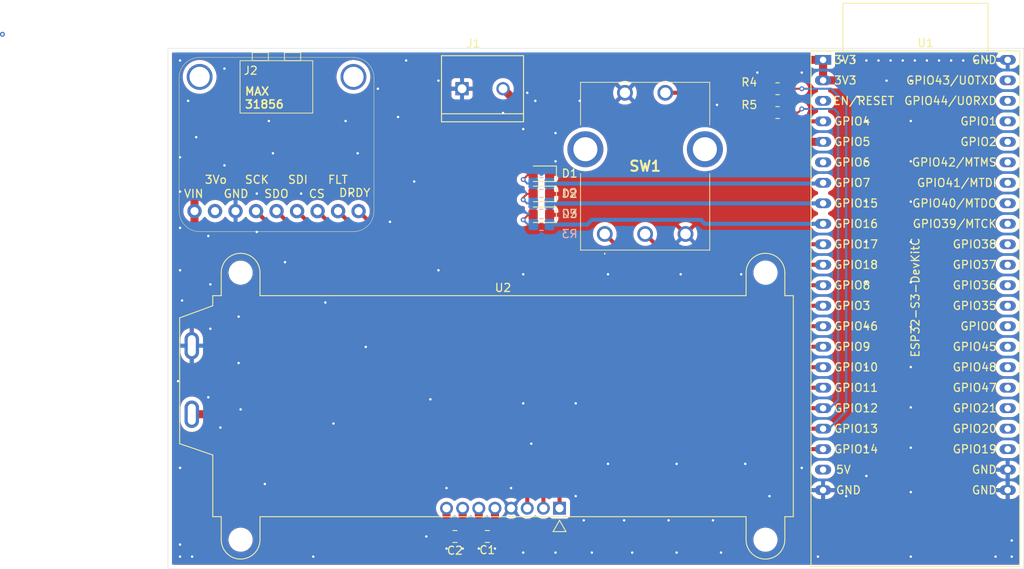
<source format=kicad_pcb>
(kicad_pcb (version 20241229) (generator "pcbnew") (generator_version "9.0")
  (title_block (title "Tube Furnace PCB") (date "2025-03-26") (rev "v2") (company "Waterloo Hacker Fab"))
  (layers (0 "F.Cu" signal) (2 "B.Cu" signal) (13 "F.Paste" user) (15 "B.Paste" user) (5 "F.SilkS" user "F.Silkscreen") (7 "B.SilkS" user "B.Silkscreen") (1 "F.Mask" user) (3 "B.Mask" user) (25 "Edge.Cuts" user))
  (net 0 "")
  (net 1 "GND")
  (net 2 "+3.3V")
  (net 3 "+5V")
  (net 4 "/SSR_PWM")
  (net 5 "Net-(D3-A)")
  (net 6 "Net-(D2-A)")
  (net 7 "Net-(D1-A)")
  (net 8 "Net-(U2-VOUT)")
  (net 9 "Net-(U2-C1+)")
  (net 10 "Net-(U2-C1-)")
  (net 11 "/SCL")
  (net 12 "/SDA")
  (net 13 "/ENC_B")
  (net 14 "/ENC_A")
  (net 15 "/ENC_SW")
  (net 16 "/MAX_SDO")
  (net 17 "/MAX_SCK")
  (net 18 "/MAX_DRDY")
  (net 19 "/MAX_3.3VOUT")
  (net 20 "/MAX_SDI")
  (net 21 "/MAX_CS")
  (net 22 "/MAX_FAULT")
  (net 23 "/DISPLAY_RST")
  (net 24 "/LED_1")
  (net 25 "/LED_2")
  (net 26 "/LED_3")
  (footprint "Diode_SMD:D_0805_2012Metric_Pad1.15x1.40mm_HandSolder" (layer "F.Cu") (at 130.25 76.54 180)
    (property "Reference" "D2" (hide yes))
    (property "Value" "LED" (hide yes))
    (pad "1" smd roundrect (at -1.025 0 180) (size 1.15 1.4) (layers "F.Cu" "F.Mask" "F.Paste") (roundrect_rratio 0.217391) (net 1 "GND"))
    (pad "2" smd roundrect (at 1.025 0 180) (size 1.15 1.4) (layers "F.Cu" "F.Mask" "F.Paste") (roundrect_rratio 0.217391) (net 6 "Net-(D2-A)"))
  )
  (footprint "phoenix_footprints:TE_282837-2" (layer "F.Cu") (at 122.96 63.5)
    (property "Reference" "J1" (at -1.127255 -5.614945 0) (layer "F.SilkS") (effects (font (size 1.002039 1.002039))))
    (property "Value" "Screw_Terminal_01x02")
    (pad "1" thru_hole rect (at -2.54 0) (size 1.65 1.65) (drill 1.1) (layers "*.Cu" "*.Mask") (net 1 "GND"))
    (pad "2" thru_hole circle (at 2.54 0) (size 1.65 1.65) (drill 1.1) (layers "*.Cu" "*.Mask") (net 4 "/SSR_PWM"))
  )
  (footprint "Capacitor_SMD:C_0805_2012Metric" (layer "F.Cu") (at 123.55 119 180)
    (property "Reference" "C1" (at 0 -1.68 0) (layer "F.SilkS"))
    (property "Value" "1uF")
    (pad "1" smd roundrect (at -0.95 0 180) (size 1 1.45) (layers "F.Cu" "F.Mask" "F.Paste") (net 2 "+3.3V"))
    (pad "2" smd roundrect (at 0.95 0 180) (size 1 1.45) (layers "F.Cu" "F.Mask" "F.Paste") (net 8 "Net-(U2-VOUT)"))
  )
  (footprint "Capacitor_SMD:C_0805_2012Metric" (layer "F.Cu") (at 119.55 119 180)
    (property "Reference" "C2" (at 0.008519 -1.745267 0) (layer "F.SilkS"))
    (property "Value" "1uF")
    (pad "1" smd roundrect (at -0.95 0 180) (size 1 1.45) (layers "F.Cu" "F.Mask" "F.Paste") (net 9 "Net-(U2-C1+)"))
    (pad "2" smd roundrect (at 0.95 0 180) (size 1 1.45) (layers "F.Cu" "F.Mask" "F.Paste") (net 10 "Net-(U2-C1-)"))
  )
  (footprint "!footprints:PEC164120FS0012" (layer "F.Cu") (at 138.1 81.5)
    (property "Reference" "SW1" (at 5 -8.4 0) (layer "F.SilkS") (effects (font (size 1.27 1.27) (thickness 0.254))))
    (property "Value" "RotaryEncoder_Switch" (hide yes))
    (pad "A" thru_hole circle (at 0 0) (size 1.95 1.95) (drill 1.3) (layers "*.Cu" "*.Mask") (net 14 "/ENC_A"))
    (pad "B" thru_hole circle (at 5 0) (size 1.95 1.95) (drill 1.3) (layers "*.Cu" "*.Mask") (net 13 "/ENC_B"))
    (pad "C" thru_hole circle (at 10 0) (size 1.95 1.95) (drill 1.3) (layers "*.Cu" "*.Mask") (net 1 "GND"))
    (pad "MH1" thru_hole circle (at -2.4 -10.5) (size 4.46 4.46) (drill 2.9732) (layers "*.Cu" "*.Mask"))
    (pad "MH2" thru_hole circle (at 12.4 -10.5) (size 4.46 4.46) (drill 2.9732) (layers "*.Cu" "*.Mask"))
    (pad "S1" thru_hole circle (at 2.5 -17.5) (size 1.95 1.95) (drill 1.3) (layers "*.Cu" "*.Mask") (net 1 "GND"))
    (pad "S2" thru_hole circle (at 7.5 -17.5) (size 1.95 1.95) (drill 1.3) (layers "*.Cu" "*.Mask") (net 15 "/ENC_SW"))
  )
  (footprint "Diode_SMD:D_0805_2012Metric_Pad1.15x1.40mm_HandSolder" (layer "F.Cu") (at 130.25 79.12 180)
    (property "Reference" "D3" (hide yes))
    (property "Value" "LED")
    (pad "1" smd roundrect (at -1.025 0 180) (size 1.15 1.4) (layers "F.Cu" "F.Mask" "F.Paste") (roundrect_rratio 0.217391) (net 1 "GND"))
    (pad "2" smd roundrect (at 1.025 0 180) (size 1.15 1.4) (layers "F.Cu" "F.Mask" "F.Paste") (roundrect_rratio 0.217391) (net 5 "Net-(D3-A)"))
  )
  (footprint "Resistor_SMD:R_0805_2012Metric_Pad1.20x1.40mm_HandSolder" (layer "F.Cu") (at 159.5 66.45)
    (property "Reference" "R5" (at -3.5 -0.95 0) (layer "F.SilkS"))
    (property "Value" "4.7k")
    (pad "1" smd roundrect (at -1 0) (size 1.2 1.4) (layers "F.Cu" "F.Mask" "F.Paste") (roundrect_rratio 0.208333) (net 2 "+3.3V"))
    (pad "2" smd roundrect (at 1 0) (size 1.2 1.4) (layers "F.Cu" "F.Mask" "F.Paste") (roundrect_rratio 0.208333) (net 12 "/SDA"))
  )
  (footprint "Resistor_SMD:R_0805_2012Metric_Pad1.20x1.40mm_HandSolder" (layer "F.Cu") (at 159.5 63.5)
    (property "Reference" "R4" (at -3.5 -0.8 0) (layer "F.SilkS"))
    (property "Value" "4.7k")
    (pad "1" smd roundrect (at -1 0) (size 1.2 1.4) (layers "F.Cu" "F.Mask" "F.Paste") (roundrect_rratio 0.208333) (net 2 "+3.3V"))
    (pad "2" smd roundrect (at 1 0) (size 1.2 1.4) (layers "F.Cu" "F.Mask" "F.Paste") (roundrect_rratio 0.208333) (net 11 "/SCL"))
  )
  (footprint "Diode_SMD:D_0805_2012Metric_Pad1.15x1.40mm_HandSolder" (layer "F.Cu") (at 130.25 74.04 180)
    (property "Reference" "D1" (hide yes))
    (property "Value" "LED" (hide yes))
    (pad "1" smd roundrect (at -1.025 0 180) (size 1.15 1.4) (layers "F.Cu" "F.Mask" "F.Paste") (roundrect_rratio 0.217391) (net 1 "GND"))
    (pad "2" smd roundrect (at 1.025 0 180) (size 1.15 1.4) (layers "F.Cu" "F.Mask" "F.Paste") (roundrect_rratio 0.217391) (net 7 "Net-(D1-A)"))
  )
  (footprint "Display:NHD-C0220BiZ" (layer "F.Cu") (at 125.5 99.6)
    (property "Reference" "U2" (at 0 -11.43 0) (layer "F.SilkS"))
    (property "Value" "NHD-C0220BIZ")
    (pad "" np_thru_hole circle (at -32.5 -13.3) (size 2.5 2.5) (drill 2.5) (layers "*.Cu" "*.Mask"))
    (pad "" np_thru_hole circle (at -32.5 19.8) (size 2.5 2.5) (drill 2.5) (layers "*.Cu" "*.Mask"))
    (pad "" np_thru_hole circle (at 32.5 -13.3) (size 2.5 2.5) (drill 2.5) (layers "*.Cu" "*.Mask"))
    (pad "" np_thru_hole circle (at 32.5 19.8) (size 2.5 2.5) (drill 2.5) (layers "*.Cu" "*.Mask"))
    (pad "1" thru_hole rect (at 7 15.9) (size 1.6 1.6) (drill 1) (layers "*.Cu" "*.Mask") (net 23 "/DISPLAY_RST"))
    (pad "2" thru_hole circle (at 5 15.9) (size 1.6 1.6) (drill 1) (layers "*.Cu" "*.Mask") (net 11 "/SCL"))
    (pad "3" thru_hole circle (at 3 15.9) (size 1.6 1.6) (drill 1) (layers "*.Cu" "*.Mask") (net 12 "/SDA"))
    (pad "4" thru_hole circle (at 1 15.9) (size 1.6 1.6) (drill 1) (layers "*.Cu" "*.Mask") (net 1 "GND"))
    (pad "5" thru_hole circle (at -1 15.9) (size 1.6 1.6) (drill 1) (layers "*.Cu" "*.Mask") (net 2 "+3.3V"))
    (pad "6" thru_hole circle (at -3 15.9) (size 1.6 1.6) (drill 1) (layers "*.Cu" "*.Mask") (net 8 "Net-(U2-VOUT)"))
    (pad "7" thru_hole circle (at -5 15.9) (size 1.6 1.6) (drill 1) (layers "*.Cu" "*.Mask") (net 9 "Net-(U2-C1+)"))
    (pad "8" thru_hole circle (at -7 15.9) (size 1.6 1.6) (drill 1) (layers "*.Cu" "*.Mask") (net 10 "Net-(U2-C1-)"))
    (pad "9" thru_hole oval (at -38.55 4.25) (size 1.8 3.4) (drill oval 1 2.6) (layers "*.Cu" "*.Mask") (net 2 "+3.3V"))
    (pad "10" thru_hole oval (at -38.55 -4.25) (size 1.8 3.4) (drill oval 1 2.6) (layers "*.Cu" "*.Mask") (net 1 "GND"))
  )
  (footprint "PCM_Espressif:ESP32-S3-DevKitC" (layer "F.Cu") (at 165.14 59.92)
    (property "Reference" "U1" (at 12.7 -2.1 0) (layer "F.SilkS"))
    (property "Value" "ESP32-S3-DevKitC" (at 11.42632 29.46128 90) (layer "F.SilkS"))
    (fp_text user "GPIO47" (at 21.59 40.64 0) (layer "F.SilkS") (effects (justify right)))
    (fp_text user "3V3" (at 1.27 0 0) (layer "F.SilkS") (effects (justify left)))
    (fp_text user "GPIO18" (at 1.27 25.4 0) (layer "F.SilkS") (effects (justify left)))
    (fp_text user "GND" (at 1.52032 53.33728 0) (layer "F.SilkS") (effects (justify left)))
    (fp_text user "GPIO12" (at 1.27 43.18 0) (layer "F.SilkS") (effects (justify left)))
    (fp_text user "GPIO11" (at 1.27 40.64 0) (layer "F.SilkS") (effects (justify left)))
    (fp_text user "GPIO48" (at 21.59 38.1 0) (layer "F.SilkS") (effects (justify right)))
    (fp_text user "GPIO2" (at 21.59 10.16 0) (layer "F.SilkS") (effects (justify right)))
    (fp_text user "GPIO36" (at 21.59 27.94 0) (layer "F.SilkS") (effects (justify right)))
    (fp_text user "3V3" (at 1.27 2.54 0) (layer "F.SilkS") (effects (justify left)))
    (fp_text user "GPIO40/MTDO" (at 21.59 17.78 0) (layer "F.SilkS") (effects (justify right)))
    (fp_text user "GPIO9" (at 1.27 35.56 0) (layer "F.SilkS") (effects (justify left)))
    (fp_text user "GND" (at 21.59 50.8 0) (layer "F.SilkS") (effects (justify right)))
    (fp_text user "GPIO17" (at 1.27 22.86 0) (layer "F.SilkS") (effects (justify left)))
    (fp_text user "GPIO21" (at 21.59 43.18 0) (layer "F.SilkS") (effects (justify right)))
    (fp_text user "GPIO6" (at 1.27 12.7 0) (layer "F.SilkS") (effects (justify left)))
    (fp_text user "GPIO5" (at 1.27 10.16 0) (layer "F.SilkS") (effects (justify left)))
    (fp_text user "GPIO19" (at 21.59 48.26 0) (layer "F.SilkS") (effects (justify right)))
    (fp_text user "GPIO37" (at 21.59 25.4 0) (layer "F.SilkS") (effects (justify right)))
    (fp_text user "GPIO20" (at 21.59 45.72 0) (layer "F.SilkS") (effects (justify right)))
    (fp_text user "GPIO38" (at 21.59 22.86 0) (layer "F.SilkS") (effects (justify right)))
    (fp_text user "GPIO7" (at 1.27 15.24 0) (layer "F.SilkS") (effects (justify left)))
    (fp_text user "GPIO39/MTCK" (at 21.59 20.32 0) (layer "F.SilkS") (effects (justify right)))
    (fp_text user "5V" (at 1.52032 50.79728 0) (layer "F.SilkS") (effects (justify left)))
    (fp_text user "GPIO44/U0RXD" (at 21.59 5.08 0) (layer "F.SilkS") (effects (justify right)))
    (fp_text user "GPIO0" (at 21.59 33.02 0) (layer "F.SilkS") (effects (justify right)))
    (fp_text user "GND" (at 21.59 0 0) (layer "F.SilkS") (effects (justify right)))
    (fp_text user "GPIO42/MTMS" (at 21.59 12.7 0) (layer "F.SilkS") (effects (justify right)))
    (fp_text user "GPIO4" (at 1.27 7.62 0) (layer "F.SilkS") (effects (justify left)))
    (fp_text user "GPIO10" (at 1.27 38.1 0) (layer "F.SilkS") (effects (justify left)))
    (fp_text user "GPIO13" (at 1.27 45.72 0) (layer "F.SilkS") (effects (justify left)))
    (fp_text user "GPIO46" (at 1.27 33.02 0) (layer "F.SilkS") (effects (justify left)))
    (fp_text user "GPIO8" (at 1.27 27.94 0) (layer "F.SilkS") (effects (justify left)))
    (fp_text user "GPIO41/MTDI" (at 21.59 15.24 0) (layer "F.SilkS") (effects (justify right)))
    (fp_text user "GPIO15" (at 1.27 17.78 0) (layer "F.SilkS") (effects (justify left)))
    (fp_text user "GPIO35" (at 21.59 30.48 0) (layer "F.SilkS") (effects (justify right)))
    (fp_text user "GND" (at 21.59 53.34 0) (layer "F.SilkS") (effects (justify right)))
    (fp_text user "GPIO14" (at 1.27 48.26 0) (layer "F.SilkS") (effects (justify left)))
    (fp_text user "GPIO1" (at 21.59 7.62 0) (layer "F.SilkS") (effects (justify right)))
    (fp_text user "GPIO43/U0TXD" (at 21.59 2.54 0) (layer "F.SilkS") (effects (justify right)))
    (fp_text user "GPIO45" (at 21.59 35.56 0) (layer "F.SilkS") (effects (justify right)))
    (fp_text user "GPIO16" (at 1.27 20.32 0) (layer "F.SilkS") (effects (justify left)))
    (fp_text user "GPIO3" (at 1.27 30.48 0) (layer "F.SilkS") (effects (justify left)))
    (fp_text user "EN/RESET" (at 8.88632 5.07728 0) (layer "F.SilkS") (effects (justify right)))
    (pad "1" thru_hole rect (at 0 0 270) (size 1.2 2) (drill 0.8) (layers "*.Cu" "*.Mask") (net 2 "+3.3V"))
    (pad "2" thru_hole oval (at 0 2.54 270) (size 1.2 2) (drill 0.8) (layers "*.Cu" "*.Mask") (net 2 "+3.3V"))
    (pad "3" thru_hole oval (at 0 5.08 270) (size 1.2 2) (drill 0.8) (layers "*.Cu" "*.Mask"))
    (pad "4" thru_hole oval (at 0 7.62 270) (size 1.2 2) (drill 0.8) (layers "*.Cu" "*.Mask") (net 15 "/ENC_SW"))
    (pad "5" thru_hole oval (at 0 10.16 270) (size 1.2 2) (drill 0.8) (layers "*.Cu" "*.Mask") (net 4 "/SSR_PWM"))
    (pad "6" thru_hole oval (at 0 12.7 270) (size 1.2 2) (drill 0.8) (layers "*.Cu" "*.Mask"))
    (pad "7" thru_hole oval (at 0 15.24 270) (size 1.2 2) (drill 0.8) (layers "*.Cu" "*.Mask") (net 24 "/LED_1"))
    (pad "8" thru_hole oval (at 0 17.78 270) (size 1.2 2) (drill 0.8) (layers "*.Cu" "*.Mask") (net 25 "/LED_2"))
    (pad "9" thru_hole oval (at 0 20.32 270) (size 1.2 2) (drill 0.8) (layers "*.Cu" "*.Mask") (net 26 "/LED_3"))
    (pad "10" thru_hole oval (at 0 22.86 270) (size 1.2 2) (drill 0.8) (layers "*.Cu" "*.Mask") (net 13 "/ENC_B"))
    (pad "11" thru_hole oval (at 0 25.4 270) (size 1.2 2) (drill 0.8) (layers "*.Cu" "*.Mask") (net 14 "/ENC_A"))
    (pad "12" thru_hole oval (at 0 27.94 270) (size 1.2 2) (drill 0.8) (layers "*.Cu" "*.Mask") (net 18 "/MAX_DRDY"))
    (pad "13" thru_hole oval (at 0 30.48 270) (size 1.2 2) (drill 0.8) (layers "*.Cu" "*.Mask") (net 22 "/MAX_FAULT"))
    (pad "14" thru_hole oval (at 0 33.02 270) (size 1.2 2) (drill 0.8) (layers "*.Cu" "*.Mask") (net 21 "/MAX_CS"))
    (pad "15" thru_hole oval (at 0 35.56 270) (size 1.2 2) (drill 0.8) (layers "*.Cu" "*.Mask") (net 20 "/MAX_SDI"))
    (pad "16" thru_hole oval (at 0 38.1 270) (size 1.2 2) (drill 0.8) (layers "*.Cu" "*.Mask") (net 16 "/MAX_SDO"))
    (pad "17" thru_hole oval (at 0 40.64 270) (size 1.2 2) (drill 0.8) (layers "*.Cu" "*.Mask") (net 17 "/MAX_SCK"))
    (pad "18" thru_hole oval (at 0 43.18 270) (size 1.2 2) (drill 0.8) (layers "*.Cu" "*.Mask") (net 12 "/SDA"))
    (pad "19" thru_hole oval (at 0 45.72 270) (size 1.2 2) (drill 0.8) (layers "*.Cu" "*.Mask") (net 11 "/SCL"))
    (pad "20" thru_hole oval (at -0.00368 48.25728 270) (size 1.2 2) (drill 0.8) (layers "*.Cu" "*.Mask") (net 23 "/DISPLAY_RST"))
    (pad "21" thru_hole oval (at -0.00368 50.79728 270) (size 1.2 2) (drill 0.8) (layers "*.Cu" "*.Mask") (net 3 "+5V"))
    (pad "22" thru_hole oval (at -0.00368 53.33728 270) (size 1.2 2) (drill 0.8) (layers "*.Cu" "*.Mask") (net 1 "GND"))
    (pad "23" thru_hole oval (at 22.86 53.34 270) (size 1.2 2) (drill 0.8) (layers "*.Cu" "*.Mask") (net 1 "GND"))
    (pad "24" thru_hole oval (at 22.86 50.8 270) (size 1.2 2) (drill 0.8) (layers "*.Cu" "*.Mask") (net 1 "GND"))
    (pad "25" thru_hole oval (at 22.86 48.26 270) (size 1.2 2) (drill 0.8) (layers "*.Cu" "*.Mask"))
    (pad "26" thru_hole oval (at 22.86 45.72 270) (size 1.2 2) (drill 0.8) (layers "*.Cu" "*.Mask"))
    (pad "27" thru_hole oval (at 22.86 43.18 270) (size 1.2 2) (drill 0.8) (layers "*.Cu" "*.Mask"))
    (pad "28" thru_hole oval (at 22.86 40.64 270) (size 1.2 2) (drill 0.8) (layers "*.Cu" "*.Mask"))
    (pad "29" thru_hole oval (at 22.86 38.1 270) (size 1.2 2) (drill 0.8) (layers "*.Cu" "*.Mask"))
    (pad "30" thru_hole oval (at 22.86 35.56 270) (size 1.2 2) (drill 0.8) (layers "*.Cu" "*.Mask"))
    (pad "31" thru_hole oval (at 22.86 33.02 270) (size 1.2 2) (drill 0.8) (layers "*.Cu" "*.Mask"))
    (pad "32" thru_hole oval (at 22.86 30.48 270) (size 1.2 2) (drill 0.8) (layers "*.Cu" "*.Mask"))
    (pad "33" thru_hole oval (at 22.86 27.94 270) (size 1.2 2) (drill 0.8) (layers "*.Cu" "*.Mask"))
    (pad "34" thru_hole oval (at 22.86 25.4 270) (size 1.2 2) (drill 0.8) (layers "*.Cu" "*.Mask"))
    (pad "35" thru_hole oval (at 22.86 22.86 270) (size 1.2 2) (drill 0.8) (layers "*.Cu" "*.Mask"))
    (pad "36" thru_hole oval (at 22.86 20.32 270) (size 1.2 2) (drill 0.8) (layers "*.Cu" "*.Mask"))
    (pad "37" thru_hole oval (at 22.86 17.78 270) (size 1.2 2) (drill 0.8) (layers "*.Cu" "*.Mask"))
    (pad "38" thru_hole oval (at 22.86 15.24 270) (size 1.2 2) (drill 0.8) (layers "*.Cu" "*.Mask"))
    (pad "39" thru_hole oval (at 22.86 12.7 270) (size 1.2 2) (drill 0.8) (layers "*.Cu" "*.Mask"))
    (pad "40" thru_hole oval (at 22.86 10.16 270) (size 1.2 2) (drill 0.8) (layers "*.Cu" "*.Mask"))
    (pad "41" thru_hole oval (at 22.86 7.62 270) (size 1.2 2) (drill 0.8) (layers "*.Cu" "*.Mask"))
    (pad "42" thru_hole oval (at 22.86 5.08 270) (size 1.2 2) (drill 0.8) (layers "*.Cu" "*.Mask"))
    (pad "43" thru_hole oval (at 22.86 2.54 270) (size 1.2 2) (drill 0.8) (layers "*.Cu" "*.Mask"))
    (pad "44" thru_hole oval (at 22.86 0 270) (size 1.2 2) (drill 0.8) (layers "*.Cu" "*.Mask") (net 1 "GND"))
  )
  (footprint "!footprints:MAX31856_HEADER" (layer "F.Cu") (at 87.936314 62.019686)
    (property "Reference" "J2" (at 6.313686 -0.769686 0) (layer "F.SilkS"))
    (property "Value" "Conn_01x09_Socket")
    (fp_text user "SCK" (at 7.08 12.75 0) (layer "F.SilkS") (effects (font (thickness 0.1524))))
    (fp_text user "SDI" (at 12.16 12.75 0) (layer "F.SilkS") (effects (font (thickness 0.1524))))
    (fp_text user "GND" (at 4.5 14.5 0) (layer "F.SilkS") (effects (font (thickness 0.1524))))
    (fp_text user "FLT" (at 17.113 12.75 0) (layer "F.SilkS") (effects (font (thickness 0.1524))))
    (fp_text user "3Vo" (at 2 12.75 0) (layer "F.SilkS") (effects (font (thickness 0.1524))))
    (fp_text user "CS" (at 14.5 14.5 0) (layer "F.SilkS") (effects (font (thickness 0.1524))))
    (fp_text user "SDO" (at 9.5 14.5 0) (layer "F.SilkS") (effects (font (thickness 0.1524))))
    (fp_text user "DRDY" (at 19.193 14.375686 0) (layer "F.SilkS") (effects (font (thickness 0.1524))))
    (fp_text user "VIN" (at -0.75 14.5 0) (layer "F.SilkS") (effects (font (thickness 0.1524))))
    (fp_text user "MAX\n31856" (at 5.5 4 0) (layer "F.SilkS") (effects (font (thickness 0.1905)) (justify left bottom)))
    (pad "1" thru_hole circle (at 19.673686 16.648314 270) (size 1.778 1.778) (drill 1) (layers "*.Cu" "*.Mask") (net 18 "/MAX_DRDY"))
    (pad "2" thru_hole circle (at 17.133686 16.648314 270) (size 1.778 1.778) (drill 1) (layers "*.Cu" "*.Mask") (net 22 "/MAX_FAULT"))
    (pad "3" thru_hole circle (at 14.593686 16.648314 270) (size 1.778 1.778) (drill 1) (layers "*.Cu" "*.Mask") (net 21 "/MAX_CS"))
    (pad "4" thru_hole circle (at 12.053686 16.648314 270) (size 1.778 1.778) (drill 1) (layers "*.Cu" "*.Mask") (net 20 "/MAX_SDI"))
    (pad "5" thru_hole circle (at 9.513686 16.648314 270) (size 1.778 1.778) (drill 1) (layers "*.Cu" "*.Mask") (net 16 "/MAX_SDO"))
    (pad "6" thru_hole circle (at 6.973686 16.648314 270) (size 1.778 1.778) (drill 1) (layers "*.Cu" "*.Mask") (net 17 "/MAX_SCK"))
    (pad "7" thru_hole circle (at 4.433686 16.648314 270) (size 1.778 1.778) (drill 1) (layers "*.Cu" "*.Mask") (net 1 "GND"))
    (pad "8" thru_hole circle (at 1.893686 16.648314 270) (size 1.778 1.778) (drill 1) (layers "*.Cu" "*.Mask") (net 19 "/MAX_3.3VOUT"))
    (pad "9" thru_hole circle (at -0.646314 16.648314 270) (size 1.778 1.778) (drill 1) (layers "*.Cu" "*.Mask") (net 2 "+3.3V"))
    (pad "P$1" thru_hole circle (at -0.011314 0.011314) (size 3.2 3.2) (drill 2.5) (layers "*.Cu" "*.Mask"))
    (pad "P$1" thru_hole circle (at 19.038686 0.011314) (size 3.2 3.2) (drill 2.5) (layers "*.Cu" "*.Mask"))
    (zone (net 0) (net_name "") (layer "F.Cu") (connect_pads (clearance 0)) (min_thickness 0.25)
      (keepout (tracks not_allowed) (vias not_allowed) (pads not_allowed) (copperpour not_allowed) (footprints allowed))
      (fill (thermal_gap 0.5) (thermal_bridge_width 0.5))
      (polygon (pts (xy 89.941 62.031) (xy 89.92138 61.750427) (xy 89.862904 61.475315) (xy 89.766708 61.211019) (xy 89.660954 61.012126) (xy 89.530197 60.766208) (xy 89.273967 60.53282) (xy 89.052333 60.35966) (xy 88.808756 60.219031) (xy 88.547978 60.11367) (xy 88.275075 60.045628) (xy 87.995357 60.016228) (xy 87.714271 60.026044) (xy 87.437285 60.074884) (xy 87.169793 60.161797) (xy 86.917 60.285093) (xy 86.683826 60.44237) (xy 86.474811 60.630569) (xy 86.294022 60.846025) (xy 86.144978 61.084545) (xy 86.03058 61.341487) (xy 85.953054 61.61185) (xy 85.913911 61.890371) (xy 85.913911 62.171629) (xy 85.953054 62.45015) (xy 86.03058 62.720513) (xy 86.144978 62.977455) (xy 86.294022 63.215975) (xy 86.474811 63.431431) (xy 86.683826 63.61963) (xy 86.917 63.776907) (xy 87.169793 63.900203) (xy 87.437285 63.987116) (xy 87.714271 64.035956) (xy 87.995357 64.045772) (xy 88.275075 64.016372) (xy 88.547978 63.94833) (xy 88.808756 63.842969) (xy 89.052333 63.70234) (xy 89.273967 63.52918) (xy 89.469346 63.32686) (xy 89.634665 63.099317) (xy 89.766708 62.850981) (xy 89.862904 62.586685) (xy 89.92138 62.311573)))
      (polygon (pts (xy 87.909 62.031) (xy 87.913686 62.042314) (xy 87.925 62.047) (xy 87.936314 62.042314) (xy 87.941 62.031) (xy 87.936314 62.019686) (xy 87.925 62.015) (xy 87.913686 62.019686)))
    )
    (zone (net 0) (net_name "") (layer "F.Cu") (connect_pads (clearance 0)) (min_thickness 0.25)
      (keepout (tracks not_allowed) (vias not_allowed) (pads not_allowed) (copperpour not_allowed) (footprints allowed))
      (fill (thermal_gap 0.5) (thermal_bridge_width 0.5))
      (polygon (pts (xy 108.991 62.031) (xy 108.97138 61.750427) (xy 108.912904 61.475315) (xy 108.816708 61.211019) (xy 108.684665 60.962683) (xy 108.519346 60.73514) (xy 108.323967 60.53282) (xy 108.102333 60.35966) (xy 107.858756 60.219031) (xy 107.597978 60.11367) (xy 107.325075 60.045628) (xy 107.045357 60.016228) (xy 106.764271 60.026044) (xy 106.487285 60.074884) (xy 106.219793 60.161797) (xy 105.967 60.285093) (xy 105.733826 60.44237) (xy 105.524811 60.630569) (xy 105.344022 60.846025) (xy 105.194978 61.084545) (xy 105.08058 61.341487) (xy 105.003054 61.61185) (xy 104.963911 61.890371) (xy 104.963911 62.171629) (xy 105.003054 62.45015) (xy 105.08058 62.720513) (xy 105.194978 62.977455) (xy 105.344022 63.215975) (xy 105.524811 63.431431) (xy 105.733826 63.61963) (xy 105.967 63.776907) (xy 106.219793 63.900203) (xy 106.487285 63.987116) (xy 106.764271 64.035956) (xy 107.045357 64.045772) (xy 107.325075 64.016372) (xy 107.597978 63.94833) (xy 107.858756 63.842969) (xy 108.102333 63.70234) (xy 108.323967 63.52918) (xy 108.519346 63.32686) (xy 108.684665 63.099317) (xy 108.816708 62.850981) (xy 108.912904 62.586685) (xy 108.97138 62.311573)))
      (polygon (pts (xy 106.959 62.031) (xy 106.963686 62.042314) (xy 106.975 62.047) (xy 106.986314 62.042314) (xy 106.991 62.031) (xy 106.986314 62.019686) (xy 106.975 62.015) (xy 106.963686 62.019686)))
    )
    (zone (net 0) (net_name "") (layer "B.Cu") (connect_pads (clearance 0)) (min_thickness 0.25)
      (keepout (tracks not_allowed) (vias not_allowed) (pads not_allowed) (copperpour not_allowed) (footprints allowed))
      (fill (thermal_gap 0.5) (thermal_bridge_width 0.5))
      (polygon (pts (xy 89.941 62.031) (xy 89.92138 61.750427) (xy 89.862904 61.475315) (xy 89.766708 61.211019) (xy 89.634665 60.962683) (xy 89.469346 60.73514) (xy 89.273967 60.53282) (xy 89.052333 60.35966) (xy 88.808756 60.219031) (xy 88.547978 60.11367) (xy 88.275075 60.045628) (xy 87.995357 60.016228) (xy 87.714271 60.026044) (xy 87.437285 60.074884) (xy 87.169793 60.161797) (xy 86.917 60.285093) (xy 86.683826 60.44237) (xy 86.474811 60.630569) (xy 86.294022 60.846025) (xy 86.144978 61.084545) (xy 86.03058 61.341487) (xy 85.953054 61.61185) (xy 85.913911 61.890371) (xy 85.913911 62.171629) (xy 85.953054 62.45015) (xy 86.03058 62.720513) (xy 86.144978 62.977455) (xy 86.294022 63.215975) (xy 86.474811 63.431431) (xy 86.683826 63.61963) (xy 86.917 63.776907) (xy 87.169793 63.900203) (xy 87.437285 63.987116) (xy 87.714271 64.035956) (xy 87.995357 64.045772) (xy 88.275075 64.016372) (xy 88.547978 63.94833) (xy 88.808756 63.842969) (xy 89.052333 63.70234) (xy 89.273967 63.52918) (xy 89.469346 63.32686) (xy 89.634665 63.099317) (xy 89.766708 62.850981) (xy 89.862904 62.586685) (xy 89.92138 62.311573)))
      (polygon (pts (xy 87.909 62.031) (xy 87.913686 62.042314) (xy 87.925 62.047) (xy 87.936314 62.042314) (xy 87.941 62.031) (xy 87.936314 62.019686) (xy 87.925 62.015) (xy 87.913686 62.019686)))
    )
    (zone (net 0) (net_name "") (layer "B.Cu") (connect_pads (clearance 0)) (min_thickness 0.25)
      (keepout (tracks not_allowed) (vias not_allowed) (pads not_allowed) (copperpour not_allowed) (footprints allowed))
      (fill (thermal_gap 0.5) (thermal_bridge_width 0.5))
      (polygon (pts (xy 108.991 62.031) (xy 108.97138 61.750427) (xy 108.912904 61.475315) (xy 108.816708 61.211019) (xy 108.684665 60.962683) (xy 108.519346 60.73514) (xy 108.323967 60.53282) (xy 108.102333 60.35966) (xy 107.858756 60.219031) (xy 107.597978 60.11367) (xy 107.325075 60.045628) (xy 107.045357 60.016228) (xy 106.764271 60.026044) (xy 106.487285 60.074884) (xy 106.219793 60.161797) (xy 105.967 60.285093) (xy 105.733826 60.44237) (xy 105.524811 60.630569) (xy 105.344022 60.846025) (xy 105.194978 61.084545) (xy 105.08058 61.341487) (xy 105.003054 61.61185) (xy 104.963911 61.890371) (xy 104.963911 62.171629) (xy 105.003054 62.45015) (xy 105.08058 62.720513) (xy 105.194978 62.977455) (xy 105.344022 63.215975) (xy 105.524811 63.431431) (xy 105.733826 63.61963) (xy 105.967 63.776907) (xy 106.219793 63.900203) (xy 106.487285 63.987116) (xy 106.764271 64.035956) (xy 107.045357 64.045772) (xy 107.325075 64.016372) (xy 107.597978 63.94833) (xy 107.858756 63.842969) (xy 108.102333 63.70234) (xy 108.323967 63.52918) (xy 108.519346 63.32686) (xy 108.684665 63.099317) (xy 108.816708 62.850981) (xy 108.912904 62.586685) (xy 108.97138 62.311573)))
      (polygon (pts (xy 106.959 62.031) (xy 106.963686 62.042314) (xy 106.975 62.047) (xy 106.986314 62.042314) (xy 106.991 62.031) (xy 106.986314 62.019686) (xy 106.975 62.015) (xy 106.963686 62.019686)))
    )
  )
  (footprint "Resistor_SMD:R_0805_2012Metric_Pad1.20x1.40mm_HandSolder" (layer "B.Cu") (at 130.246885 77.714021 180)
    (property "Reference" "R2" (at -3.503115 -1.285979 0) (layer "B.SilkS") (effects (justify mirror)))
    (property "Value" "220" (hide yes))
    (pad "1" smd roundrect (at -1 0 180) (size 1.2 1.4) (layers "B.Cu" "B.Mask" "B.Paste") (roundrect_rratio 0.208333) (net 25 "/LED_2"))
    (pad "2" smd roundrect (at 1 0 180) (size 1.2 1.4) (layers "B.Cu" "B.Mask" "B.Paste") (roundrect_rratio 0.208333) (net 6 "Net-(D2-A)"))
  )
  (footprint "Resistor_SMD:R_0805_2012Metric_Pad1.20x1.40mm_HandSolder" (layer "B.Cu") (at 130.262578 80.331471 180)
    (property "Reference" "R3" (at -3.487422 -1.168529 0) (layer "B.SilkS") (effects (justify mirror)))
    (property "Value" "220" (hide yes))
    (pad "1" smd roundrect (at -1 0 180) (size 1.2 1.4) (layers "B.Cu" "B.Mask" "B.Paste") (roundrect_rratio 0.208333) (net 26 "/LED_3"))
    (pad "2" smd roundrect (at 1 0 180) (size 1.2 1.4) (layers "B.Cu" "B.Mask" "B.Paste") (roundrect_rratio 0.208333) (net 5 "Net-(D3-A)"))
  )
  (footprint "Resistor_SMD:R_0805_2012Metric_Pad1.20x1.40mm_HandSolder" (layer "B.Cu") (at 130.25 75.25 180)
    (property "Reference" "R1" (hide yes))
    (property "Value" "220" (hide yes))
    (pad "1" smd roundrect (at -1 0 180) (size 1.2 1.4) (layers "B.Cu" "B.Mask" "B.Paste") (roundrect_rratio 0.208333) (net 24 "/LED_1"))
    (pad "2" smd roundrect (at 1 0 180) (size 1.2 1.4) (layers "B.Cu" "B.Mask" "B.Paste") (roundrect_rratio 0.208333) (net 7 "Net-(D1-A)"))
  )
  (gr_rect (start 84 58.5) (end 190 123) (stroke (width 0.05)) (fill no) (layer "Edge.Cuts"))
  (gr_text "D3" (at 133.75 79 0) (layer "F.SilkS") (effects (font (size 1 1))))
  (gr_text "D1" (at 133.75 74 0) (layer "F.SilkS") (effects (font (size 1 1))))
  (gr_text "D2" (at 133.75 76.5 0) (layer "F.SilkS") (effects (font (size 1 1))))
  (gr_text "R1" (at 134.75 77 -0) (layer "B.SilkS") (effects (font (size 1 1)) (justify left bottom mirror)))
  (via (at 63.5 56.75) (size 0.6) (drill 0.3) (layers "F.Cu" "B.Cu") (net 0))
  (via (at 152.5 121) (size 0.6) (drill 0.3) (layers "F.Cu" "B.Cu") (net 1))
  (via (at 185.5 60) (size 0.6) (drill 0.3) (layers "F.Cu" "B.Cu") (net 1))
  (via (at 179.5 60) (size 0.6) (drill 0.3) (layers "F.Cu" "B.Cu") (net 1))
  (via (at 170.5 93) (size 0.6) (drill 0.3) (layers "F.Cu" "B.Cu") (net 1))
  (via (at 91 73) (size 0.6) (drill 0.3) (layers "F.Cu" "B.Cu") (net 1))
  (via (at 98.5 85) (size 0.6) (drill 0.3) (layers "F.Cu" "B.Cu") (net 1))
  (via (at 89.25 93.25) (size 0.6) (drill 0.3) (layers "F.Cu" "B.Cu") (net 1))
  (via (at 96.5 67.5) (size 0.6) (drill 0.3) (layers "F.Cu" "B.Cu") (net 1))
  (via (at 140.5 117) (size 0.6) (drill 0.3) (layers "F.Cu" "B.Cu") (net 1))
  (via (at 132 121) (size 0.6) (drill 0.3) (layers "F.Cu" "B.Cu") (net 1))
  (via (at 132 72.5) (size 0.6) (drill 0.3) (layers "F.Cu" "B.Cu") (net 1))
  (via (at 162.5 110.5) (size 0.6) (drill 0.3) (layers "F.Cu" "B.Cu") (net 1))
  (via (at 170.5 60) (size 0.6) (drill 0.3) (layers "F.Cu" "B.Cu") (net 1))
  (via (at 85.5 121.5) (size 0.6) (drill 0.3) (layers "F.Cu" "B.Cu") (net 1))
  (via (at 172 60) (size 0.6) (drill 0.3) (layers "F.Cu" "B.Cu") (net 1))
  (via (at 182.5 60) (size 0.6) (drill 0.3) (layers "F.Cu" "B.Cu") (net 1))
  (via (at 122.5 120.5) (size 0.6) (drill 0.3) (layers "F.Cu" "B.Cu") (net 1))
  (via (at 170.5 103) (size 0.6) (drill 0.3) (layers "F.Cu" "B.Cu") (net 1))
  (via (at 106.5 76.5) (size 0.6) (drill 0.3) (layers "F.Cu" "B.Cu") (net 1))
  (via (at 176 77.5) (size 0.6) (drill 0.3) (layers "F.Cu" "B.Cu") (net 1))
  (via (at 176 87.5) (size 0.6) (drill 0.3) (layers "F.Cu" "B.Cu") (net 1))
  (via (at 96 112.5) (size 0.6) (drill 0.3) (layers "F.Cu" "B.Cu") (net 1))
  (via (at 169.02461 59.973958) (size 0.6) (drill 0.3) (layers "F.Cu" "B.Cu") (net 1))
  (via (at 141.5 121) (size 0.6) (drill 0.3) (layers "F.Cu" "B.Cu") (net 1))
  (via (at 186.5 121.5) (size 0.6) (drill 0.3) (layers "F.Cu" "B.Cu") (net 1))
  (via (at 116.5 102) (size 0.6) (drill 0.3) (layers "F.Cu" "B.Cu") (net 1))
  (via (at 176 98) (size 0.6) (drill 0.3) (layers "F.Cu" "B.Cu") (net 1))
  (via (at 170.5 72.5) (size 0.6) (drill 0.3) (layers "F.Cu" "B.Cu") (net 1))
  (via (at 126.5 113) (size 0.6) (drill 0.3) (layers "F.Cu" "B.Cu") (net 1))
  (via (at 176.5 60) (size 0.6) (drill 0.3) (layers "F.Cu" "B.Cu") (net 1))
  (via (at 85.5 80.75) (size 0.6) (drill 0.3) (layers "F.Cu" "B.Cu") (net 1))
  (via (at 152 65.5) (size 0.6) (drill 0.3) (layers "F.Cu" "B.Cu") (net 1))
  (via (at 135 65) (size 0.6) (drill 0.3) (layers "F.Cu" "B.Cu") (net 1))
  (via (at 188.5 119.5) (size 0.6) (drill 0.3) (layers "F.Cu" "B.Cu") (net 1))
  (via (at 164.5 121.5) (size 0.6) (drill 0.3) (layers "F.Cu" "B.Cu") (net 1))
  (via (at 87 121.5) (size 0.6) (drill 0.3) (layers "F.Cu" "B.Cu") (net 1))
  (via (at 128 86.5) (size 0.6) (drill 0.3) (layers "F.Cu" "B.Cu") (net 1))
  (via (at 147.5 86.5) (size 0.6) (drill 0.3) (layers "F.Cu" "B.Cu") (net 1))
  (via (at 178 60) (size 0.6) (drill 0.3) (layers "F.Cu" "B.Cu") (net 1))
  (via (at 95 81.25) (size 0.6) (drill 0.3) (layers "F.Cu" "B.Cu") (net 1))
  (via (at 175 60) (size 0.6) (drill 0.3) (layers "F.Cu" "B.Cu") (net 1))
  (via (at 125.5 66.5) (size 0.6) (drill 0.3) (layers "F.Cu" "B.Cu") (net 1))
  (via (at 136.5 121) (size 0.6) (drill 0.3) (layers "F.Cu" "B.Cu") (net 1))
  (via (at 97 71.5) (size 0.6) (drill 0.3) (layers "F.Cu" "B.Cu") (net 1))
  (via (at 176 82.5) (size 0.6) (drill 0.3) (layers "F.Cu" "B.Cu") (net 1))
  (via (at 87.5 69.5) (size 0.6) (drill 0.3) (layers "F.Cu" "B.Cu") (net 1))
  (via (at 117.5 86) (size 0.6) (drill 0.3) (layers "F.Cu" "B.Cu") (net 1))
  (via (at 85.5 110.5) (size 0.6) (drill 0.3) (layers "F.Cu" "B.Cu") (net 1))
  (via (at 89 81.75) (size 0.6) (drill 0.3) (layers "F.Cu" "B.Cu") (net 1))
  (via (at 134.5 114) (size 0.6) (drill 0.3) (layers "F.Cu" "B.Cu") (net 1))
  (via (at 120.5 120.5) (size 0.6) (drill 0.3) (layers "F.Cu" "B.Cu") (net 1))
  (via (at 118.5 120.5) (size 0.6) (drill 0.3) (layers "F.Cu" "B.Cu") (net 1))
  (via (at 102 121.5) (size 0.6) (drill 0.3) (layers "F.Cu" "B.Cu") (net 1))
  (via (at 90.5 105.5) (size 0.6) (drill 0.3) (layers "F.Cu" "B.Cu") (net 1))
  (via (at 85.5 60) (size 0.6) (drill 0.3) (layers "F.Cu" "B.Cu") (net 1))
  (via (at 85.25 99.75) (size 0.6) (drill 0.3) (layers "F.Cu" "B.Cu") (net 1))
  (via (at 129.5 65) (size 0.6) (drill 0.3) (layers "F.Cu" "B.Cu") (net 1))
  (via (at 138.5 110) (size 0.6) (drill 0.3) (layers "F.Cu" "B.Cu") (net 1))
  (via (at 108.5 95.5) (size 0.6) (drill 0.3) (layers "F.Cu" "B.Cu") (net 1))
  (via (at 116 119) (size 0.6) (drill 0.3) (layers "F.Cu" "B.Cu") (net 1))
  (via (at 176 121.5) (size 0.6) (drill 0.3) (layers "F.Cu" "B.Cu") (net 1))
  (via (at 100.5 76.5) (size 0.6) (drill 0.3) (layers "F.Cu" "B.Cu") (net 1))
  (via (at 132 69) (size 0.6) (drill 0.3) (layers "F.Cu" "B.Cu") (net 1))
  (via (at 128 121) (size 0.6) (drill 0.3) (layers "F.Cu" "B.Cu") (net 1))
  (via (at 85.75 89.75) (size 0.6) (drill 0.3) (layers "F.Cu" "B.Cu") (net 1))
  (via (at 117.5 62.5) (size 0.6) (drill 0.3) (layers "F.Cu" "B.Cu") (net 1))
  (via (at 112.5 67) (size 0.6) (drill 0.3) (layers "F.Cu" "B.Cu") (net 1))
  (via (at 124.5 120.5) (size 0.6) (drill 0.3) (layers "F.Cu" "B.Cu") (net 1))
  (via (at 85.5 120) (size 0.6) (drill 0.3) (layers "F.Cu" "B.Cu") (net 1))
  (via (at 170.5 98) (size 0.6) (drill 0.3) (layers "F.Cu" "B.Cu") (net 1))
  (via (at 91 61) (size 0.6) (drill 0.3) (layers "F.Cu" "B.Cu") (net 1))
  (via (at 89.25 87.75) (size 0.6) (drill 0.3) (layers "F.Cu" "B.Cu") (net 1))
  (via (at 169.5 64.5) (size 0.6) (drill 0.3) (layers "F.Cu" "B.Cu") (net 1))
  (via (at 170.5 87.5) (size 0.6) (drill 0.3) (layers "F.Cu" "B.Cu") (net 1))
  (via (at 184 60) (size 0.6) (drill 0.3) (layers "F.Cu" "B.Cu") (net 1))
  (via (at 114.5 75) (size 0.6) (drill 0.3) (layers "F.Cu" "B.Cu") (net 1))
  (via (at 128 102.5) (size 0.6) (drill 0.3) (layers "F.Cu" "B.Cu") (net 1))
  (via (at 107.5 71.5) (size 0.6) (drill 0.3) (layers "F.Cu" "B.Cu") (net 1))
  (via (at 85.5 86) (size 0.6) (drill 0.3) (layers "F.Cu" "B.Cu") (net 1))
  (via (at 89 101.75) (size 0.6) (drill 0.3) (layers "F.Cu" "B.Cu") (net 1))
  (via (at 158.5 114) (size 0.6) (drill 0.3) (layers "F.Cu" "B.Cu") (net 1))
  (via (at 170.5 111.5) (size 0.6) (drill 0.3) (layers "F.Cu" "B.Cu") (net 1))
  (via (at 113.5 60) (size 0.6) (drill 0.3) (layers "F.Cu" "B.Cu") (net 1))
  (via (at 176 62.5) (size 0.6) (drill 0.3) (layers "F.Cu" "B.Cu") (net 1))
  (via (at 85.5 72) (size 0.6) (drill 0.3) (layers "F.Cu" "B.Cu") (net 1))
  (via (at 188.5 121.5) (size 0.6) (drill 0.3) (layers "F.Cu" "B.Cu") (net 1))
  (via (at 146 117) (size 0.6) (drill 0.3) (layers "F.Cu" "B.Cu") (net 1))
  (via (at 170.5 77.5) (size 0.6) (drill 0.3) (layers "F.Cu" "B.Cu") (net 1))
  (via (at 151.5 117) (size 0.6) (drill 0.3) (layers "F.Cu" "B.Cu") (net 1))
  (via (at 173 62.5) (size 0.6) (drill 0.3) (layers "F.Cu" "B.Cu") (net 1))
  (via (at 128 68.5) (size 0.6) (drill 0.3) (layers "F.Cu" "B.Cu") (net 1))
  (via (at 86.5 65) (size 0.6) (drill 0.3) (layers "F.Cu" "B.Cu") (net 1))
  (via (at 170.5 108) (size 0.6) (drill 0.3) (layers "F.Cu" "B.Cu") (net 1))
  (via (at 103.5 90) (size 0.6) (drill 0.3) (layers "F.Cu" "B.Cu") (net 1))
  (via (at 111.5 80) (size 0.6) (drill 0.3) (layers "F.Cu" "B.Cu") (net 1))
  (via (at 135.5 117) (size 0.6) (drill 0.3) (layers "F.Cu" "B.Cu") (net 1))
  (via (at 181 60) (size 0.6) (drill 0.3) (layers "F.Cu" "B.Cu") (net 1))
  (via (at 147 121) (size 0.6) (drill 0.3) (layers "F.Cu" "B.Cu") (net 1))
  (via (at 176 108) (size 0.6) (drill 0.3) (layers "F.Cu" "B.Cu") (net 1))
  (via (at 147 110) (size 0.6) (drill 0.3) (layers "F.Cu" "B.Cu") (net 1))
  (via (at 176 67.5) (size 0.6) (drill 0.3) (layers "F.Cu" "B.Cu") (net 1))
  (via (at 118.5 113) (size 0.6) (drill 0.3) (layers "F.Cu" "B.Cu") (net 1))
  (via (at 106 67.5) (size 0.6) (drill 0.3) (layers "F.Cu" "B.Cu") (net 1))
  (via (at 85.5 76.25) (size 0.6) (drill 0.3) (layers "F.Cu" "B.Cu") (net 1))
  (via (at 95 76.5) (size 0.6) (drill 0.3) (layers "F.Cu" "B.Cu") (net 1))
  (via (at 92.75 97.5) (size 0.6) (drill 0.3) (layers "F.Cu" "B.Cu") (net 1))
  (via (at 176 72.5) (size 0.6) (drill 0.3) (layers "F.Cu" "B.Cu") (net 1))
  (via (at 176 113.5) (size 0.6) (drill 0.3) (layers "F.Cu" "B.Cu") (net 1))
  (via (at 92.75 91.75) (size 0.6) (drill 0.3) (layers "F.Cu" "B.Cu") (net 1))
  (via (at 170.5 82.5) (size 0.6) (drill 0.3) (layers "F.Cu" "B.Cu") (net 1))
  (via (at 128.5 64) (size 0.6) (drill 0.3) (layers "F.Cu" "B.Cu") (net 1))
  (via (at 176 103) (size 0.6) (drill 0.3) (layers "F.Cu" "B.Cu") (net 1))
  (via (at 155.5 110) (size 0.6) (drill 0.3) (layers "F.Cu" "B.Cu") (net 1))
  (via (at 134.5 102.5) (size 0.6) (drill 0.3) (layers "F.Cu" "B.Cu") (net 1))
  (via (at 173.5 60) (size 0.6) (drill 0.3) (layers "F.Cu" "B.Cu") (net 1))
  (via (at 129 107.5) (size 0.6) (drill 0.3) (layers "F.Cu" "B.Cu") (net 1))
  (via (at 162.5 61.5) (size 0.6) (drill 0.3) (layers "F.Cu" "B.Cu") (net 1))
  (via (at 93 103.25) (size 0.6) (drill 0.3) (layers "F.Cu" "B.Cu") (net 1))
  (via (at 104.5 105) (size 0.6) (drill 0.3) (layers "F.Cu" "B.Cu") (net 1))
  (via (at 110 63.5) (size 0.6) (drill 0.3) (layers "F.Cu" "B.Cu") (net 1))
  (via (at 155 86.5) (size 0.6) (drill 0.3) (layers "F.Cu" "B.Cu") (net 1))
  (via (at 157 61.5) (size 0.6) (drill 0.3) (layers "F.Cu" "B.Cu") (net 1))
  (via (at 168 114) (size 0.6) (drill 0.3) (layers "F.Cu" "B.Cu") (net 1))
  (via (at 167.5 60) (size 0.6) (drill 0.3) (layers "F.Cu" "B.Cu") (net 1))
  (via (at 138.5 86.5) (size 0.6) (drill 0.3) (layers "F.Cu" "B.Cu") (net 1))
  (via (at 176 93) (size 0.6) (drill 0.3) (layers "F.Cu" "B.Cu") (net 1))
  (via (at 170.5 67.5) (size 0.6) (drill 0.3) (layers "F.Cu" "B.Cu") (net 1))
  (segment (start 87.29 88.79) (end 87.29 78.668) (width 1) (layer "F.Cu") (net 2))
  (segment (start 169 116) (end 172.5 112.5) (width 1) (layer "F.Cu") (net 2))
  (segment (start 91 92.5) (end 87.29 88.79) (width 1) (layer "F.Cu") (net 2))
  (segment (start 107 69.5) (end 90.5 69.5) (width 1) (layer "F.Cu") (net 2))
  (segment (start 87.29 72.71) (end 87.29 78.668) (width 1) (layer "F.Cu") (net 2))
  (segment (start 152.5 119) (end 155.5 116) (width 1) (layer "F.Cu") (net 2))
  (segment (start 162 59.92) (end 158.5 59.92) (width 1) (layer "F.Cu") (net 2))
  (segment (start 169.96 62.46) (end 165.14 62.46) (width 1) (layer "F.Cu") (net 2))
  (segment (start 172.5 65) (end 169.96 62.46) (width 1) (layer "F.Cu") (net 2))
  (segment (start 124.5 119) (end 152.5 119) (width 1) (layer "F.Cu") (net 2))
  (segment (start 158.5 63.5) (end 158.5 66.45) (width 1) (layer "F.Cu") (net 2))
  (segment (start 158.5 59.92) (end 116.58 59.92) (width 1) (layer "F.Cu") (net 2))
  (segment (start 158.5 63.5) (end 158.5 59.92) (width 1) (layer "F.Cu") (net 2))
  (segment (start 90.5 69.5) (end 87.29 72.71) (width 1) (layer "F.Cu") (net 2))
  (segment (start 155.5 116) (end 169 116) (width 1) (layer "F.Cu") (net 2))
  (segment (start 124.5 115.5) (end 124.5 119) (width 1) (layer "F.Cu") (net 2))
  (segment (start 89.65 103.85) (end 91 102.5) (width 1) (layer "F.Cu") (net 2))
  (segment (start 172.5 112.5) (end 172.5 65) (width 1) (layer "F.Cu") (net 2))
  (segment (start 116.58 59.92) (end 107 69.5) (width 1) (layer "F.Cu") (net 2))
  (segment (start 91 102.5) (end 91 92.5) (width 1) (layer "F.Cu") (net 2))
  (segment (start 86.95 103.85) (end 89.65 103.85) (width 1) (layer "F.Cu") (net 2))
  (segment (start 162 59.92) (end 165.14 59.92) (width 1) (layer "F.Cu") (net 2))
  (segment (start 165.14 59.92) (end 165.14 62.46) (width 1) (layer "F.Cu") (net 2))
  (segment (start 125.5 63.5) (end 129 67) (width 1) (layer "F.Cu") (net 4))
  (segment (start 129 67) (end 152.5 67) (width 1) (layer "F.Cu") (net 4))
  (segment (start 152.5 67) (end 155.58 70.08) (width 1) (layer "F.Cu") (net 4))
  (segment (start 155.58 70.08) (end 165.14 70.08) (width 1) (layer "F.Cu") (net 4))
  (segment (start 129.225 79.12) (end 128.63 79.12) (width 0.25) (layer "F.Cu") (net 5))
  (segment (start 128.63 79.12) (end 128 79.75) (width 0.25) (layer "F.Cu") (net 5))
  (via (at 128 79.75) (size 0.6) (drill 0.3) (layers "F.Cu" "B.Cu") (net 5))
  (segment (start 128.581471 80.331471) (end 128 79.75) (width 0.25) (layer "B.Cu") (net 5))
  (segment (start 129.262578 80.331471) (end 128.581471 80.331471) (width 0.25) (layer "B.Cu") (net 5))
  (segment (start 128.46 76.54) (end 129.225 76.54) (width 0.25) (layer "F.Cu") (net 6))
  (segment (start 128 77.25) (end 128 77) (width 0.25) (layer "F.Cu") (net 6))
  (segment (start 128 77) (end 128.46 76.54) (width 0.25) (layer "F.Cu") (net 6))
  (via (at 128 77.25) (size 0.6) (drill 0.3) (layers "F.Cu" "B.Cu") (net 6))
  (segment (start 129.246885 77.714021) (end 128.464021 77.714021) (width 0.25) (layer "B.Cu") (net 6))
  (segment (start 129.035979 77.714021) (end 129 77.75) (width 0.25) (layer "B.Cu") (net 6))
  (segment (start 128.464021 77.714021) (end 128 77.25) (width 0.25) (layer "B.Cu") (net 6))
  (segment (start 129.246885 77.714021) (end 129.035979 77.714021) (width 0.25) (layer "B.Cu") (net 6))
  (segment (start 129.225 74.04) (end 128.71 74.04) (width 0.25) (layer "F.Cu") (net 7))
  (segment (start 128.71 74.04) (end 128 74.75) (width 0.25) (layer "F.Cu") (net 7))
  (via (at 128 74.75) (size 0.6) (drill 0.3) (layers "F.Cu" "B.Cu") (net 7))
  (segment (start 129.25 75.25) (end 128.5 75.25) (width 0.25) (layer "B.Cu") (net 7))
  (segment (start 128.5 75.25) (end 128 74.75) (width 0.25) (layer "B.Cu") (net 7))
  (segment (start 122.5 115.5) (end 122.5 118.9) (width 1) (layer "F.Cu") (net 8))
  (segment (start 122.6 115.6) (end 122.5 115.5) (width 0.2) (layer "F.Cu") (net 8))
  (segment (start 122.5 118.9) (end 122.6 119) (width 1) (layer "F.Cu") (net 8))
  (segment (start 120.5 115.5) (end 120.5 119) (width 1) (layer "F.Cu") (net 9))
  (segment (start 118.6 115.6) (end 118.5 115.5) (width 0.2) (layer "F.Cu") (net 10))
  (segment (start 118.5 115.5) (end 118.5 118.9) (width 1) (layer "F.Cu") (net 10))
  (segment (start 118.5 118.9) (end 118.6 119) (width 1) (layer "F.Cu") (net 10))
  (segment (start 160.5 63.5) (end 162.5 63.5) (width 0.25) (layer "F.Cu") (net 11))
  (segment (start 137.299761 105.64) (end 130.5 112.439761) (width 0.5) (layer "F.Cu") (net 11))
  (segment (start 165.14 105.64) (end 137.299761 105.64) (width 0.5) (layer "F.Cu") (net 11))
  (segment (start 130.5 112.439761) (end 130.5 115.5) (width 0.5) (layer "F.Cu") (net 11))
  (via (at 162.5 63.5) (size 0.6) (drill 0.3) (layers "F.Cu" "B.Cu") (net 11))
  (segment (start 168 65.3563) (end 168 103.5) (width 0.25) (layer "B.Cu") (net 11))
  (segment (start 166.1437 63.5) (end 168 65.3563) (width 0.25) (layer "B.Cu") (net 11))
  (segment (start 168 103.5) (end 165.86 105.64) (width 0.25) (layer "B.Cu") (net 11))
  (segment (start 165.86 105.64) (end 165.14 105.64) (width 0.25) (layer "B.Cu") (net 11))
  (segment (start 162.5 63.5) (end 166.1437 63.5) (width 0.25) (layer "B.Cu") (net 11))
  (segment (start 128.5 111.5) (end 128.5 115.5) (width 0.5) (layer "F.Cu") (net 12))
  (segment (start 160.5 66.45) (end 162.05 66.45) (width 0.25) (layer "F.Cu") (net 12))
  (segment (start 165.14 103.1) (end 136.9 103.1) (width 0.5) (layer "F.Cu") (net 12))
  (segment (start 162.05 66.45) (end 162.5 66) (width 0.25) (layer "F.Cu") (net 12))
  (segment (start 136.9 103.1) (end 128.5 111.5) (width 0.5) (layer "F.Cu") (net 12))
  (via (at 162.5 66) (size 0.6) (drill 0.3) (layers "F.Cu" "B.Cu") (net 12))
  (segment (start 162.5 66) (end 166.5 66) (width 0.25) (layer "B.Cu") (net 12))
  (segment (start 167 66.5) (end 167 102.070438) (width 0.25) (layer "B.Cu") (net 12))
  (segment (start 167 102.070438) (end 165.970438 103.1) (width 0.25) (layer "B.Cu") (net 12))
  (segment (start 166.5 66) (end 167 66.5) (width 0.25) (layer "B.Cu") (net 12))
  (segment (start 165.970438 103.1) (end 165.14 103.1) (width 0.25) (layer "B.Cu") (net 12))
  (segment (start 151.5 83.5) (end 145.1 83.5) (width 0.5) (layer "F.Cu") (net 13))
  (segment (start 152.22 82.78) (end 151.5 83.5) (width 0.5) (layer "F.Cu") (net 13))
  (segment (start 165.14 82.78) (end 152.22 82.78) (width 0.5) (layer "F.Cu") (net 13))
  (segment (start 145.1 83.5) (end 143.1 81.5) (width 0.5) (layer "F.Cu") (net 13))
  (segment (start 161.32 85.32) (end 165.14 85.32) (width 0.5) (layer "F.Cu") (net 14))
  (segment (start 156 83.75) (end 159.75 83.75) (width 0.5) (layer "F.Cu") (net 14))
  (segment (start 154.25 85.5) (end 156 83.75) (width 0.5) (layer "F.Cu") (net 14))
  (segment (start 159.75 83.75) (end 161.32 85.32) (width 0.5) (layer "F.Cu") (net 14))
  (segment (start 138.1 81.5) (end 142.1 85.5) (width 0.5) (layer "F.Cu") (net 14))
  (segment (start 142.1 85.5) (end 154.25 85.5) (width 0.5) (layer "F.Cu") (net 14))
  (segment (start 152.5 64) (end 157 68.5) (width 0.5) (layer "F.Cu") (net 15))
  (segment (start 162.96 67.54) (end 165.14 67.54) (width 0.5) (layer "F.Cu") (net 15))
  (segment (start 145.6 64) (end 152.5 64) (width 0.5) (layer "F.Cu") (net 15))
  (segment (start 162 68.5) (end 162.96 67.54) (width 0.5) (layer "F.Cu") (net 15))
  (segment (start 157 68.5) (end 162 68.5) (width 0.5) (layer "F.Cu") (net 15))
  (segment (start 97.45 78.668) (end 116.802 98.02) (width 0.5) (layer "F.Cu") (net 16))
  (segment (start 116.802 98.02) (end 165.14 98.02) (width 0.5) (layer "F.Cu") (net 16))
  (segment (start 116.802 100.56) (end 165.14 100.56) (width 0.5) (layer "F.Cu") (net 17))
  (segment (start 94.91 78.668) (end 116.802 100.56) (width 0.5) (layer "F.Cu") (net 17))
  (segment (start 107.61 78.668) (end 116.942 88) (width 0.5) (layer "F.Cu") (net 18))
  (segment (start 156 89) (end 160.25 89) (width 0.5) (layer "F.Cu") (net 18))
  (segment (start 155 88) (end 156 89) (width 0.5) (layer "F.Cu") (net 18))
  (segment (start 161.39 87.86) (end 165.14 87.86) (width 0.5) (layer "F.Cu") (net 18))
  (segment (start 160.25 89) (end 161.39 87.86) (width 0.5) (layer "F.Cu") (net 18))
  (segment (start 116.942 88) (end 155 88) (width 0.5) (layer "F.Cu") (net 18))
  (segment (start 99.99 78.668) (end 116.802 95.48) (width 0.5) (layer "F.Cu") (net 20))
  (segment (start 116.802 95.48) (end 165.14 95.48) (width 0.5) (layer "F.Cu") (net 20))
  (segment (start 116.802 92.94) (end 165.14 92.94) (width 0.5) (layer "F.Cu") (net 21))
  (segment (start 102.53 78.668) (end 116.802 92.94) (width 0.5) (layer "F.Cu") (net 21))
  (segment (start 116.802 90.4) (end 165.14 90.4) (width 0.5) (layer "F.Cu") (net 22))
  (segment (start 105.07 78.668) (end 116.802 90.4) (width 0.5) (layer "F.Cu") (net 22))
  (segment (start 165.13632 108.17728) (end 137.82272 108.17728) (width 0.5) (layer "F.Cu") (net 23))
  (segment (start 132.5 113.5) (end 132.5 115.5) (width 0.5) (layer "F.Cu") (net 23))
  (segment (start 137.82272 108.17728) (end 132.5 113.5) (width 0.5) (layer "F.Cu") (net 23))
  (segment (start 165.05 75.25) (end 165.14 75.16) (width 0.5) (layer "B.Cu") (net 24))
  (segment (start 131.25 75.25) (end 165.05 75.25) (width 0.5) (layer "B.Cu") (net 24))
  (segment (start 131.246885 77.714021) (end 165.125979 77.714021) (width 0.5) (layer "B.Cu") (net 25))
  (segment (start 165.125979 77.714021) (end 165.14 77.7) (width 0.5) (layer "B.Cu") (net 25))
  (segment (start 131.262578 80.331471) (end 135.918529 80.331471) (width 0.5) (layer "B.Cu") (net 26))
  (segment (start 136.5 79.75) (end 150 79.75) (width 0.5) (layer "B.Cu") (net 26))
  (segment (start 150.49 80.24) (end 165.14 80.24) (width 0.5) (layer "B.Cu") (net 26))
  (segment (start 135.918529 80.331471) (end 136.5 79.75) (width 0.5) (layer "B.Cu") (net 26))
  (segment (start 150 79.75) (end 150.49 80.24) (width 0.5) (layer "B.Cu") (net 26))
  (zone (net 1) (net_name "GND") (layer "F.Cu") (connect_pads (clearance 0.5)) (min_thickness 0.5) (fill yes (thermal_gap 0.5) (thermal_bridge_width 0.5))
    (polygon (pts (xy 190 123) (xy 190 58.5) (xy 84 58.5) (xy 84 123)))
  )
  (zone (net 0) (net_name "") (layers "F.Cu" "B.Cu") (name "KEEPOUT") (connect_pads (clearance 0)) (min_thickness 0.25)
    (keepout (tracks not_allowed) (vias not_allowed) (pads not_allowed) (copperpour not_allowed) (footprints not_allowed))
    (fill (thermal_gap 0.5) (thermal_bridge_width 0.5))
    (polygon (pts (xy 163.5 59) (xy 163.5 52.5) (xy 190 52.5) (xy 190 59)))
  )
  (zone (net 1) (net_name "GND") (layer "B.Cu") (priority 1) (connect_pads (clearance 0.5)) (min_thickness 0.25) (fill yes (thermal_gap 0.5) (thermal_bridge_width 0.5))
    (polygon (pts (xy 190 123) (xy 190 58.5) (xy 84 58.5) (xy 84 123)))
  )
)
</source>
